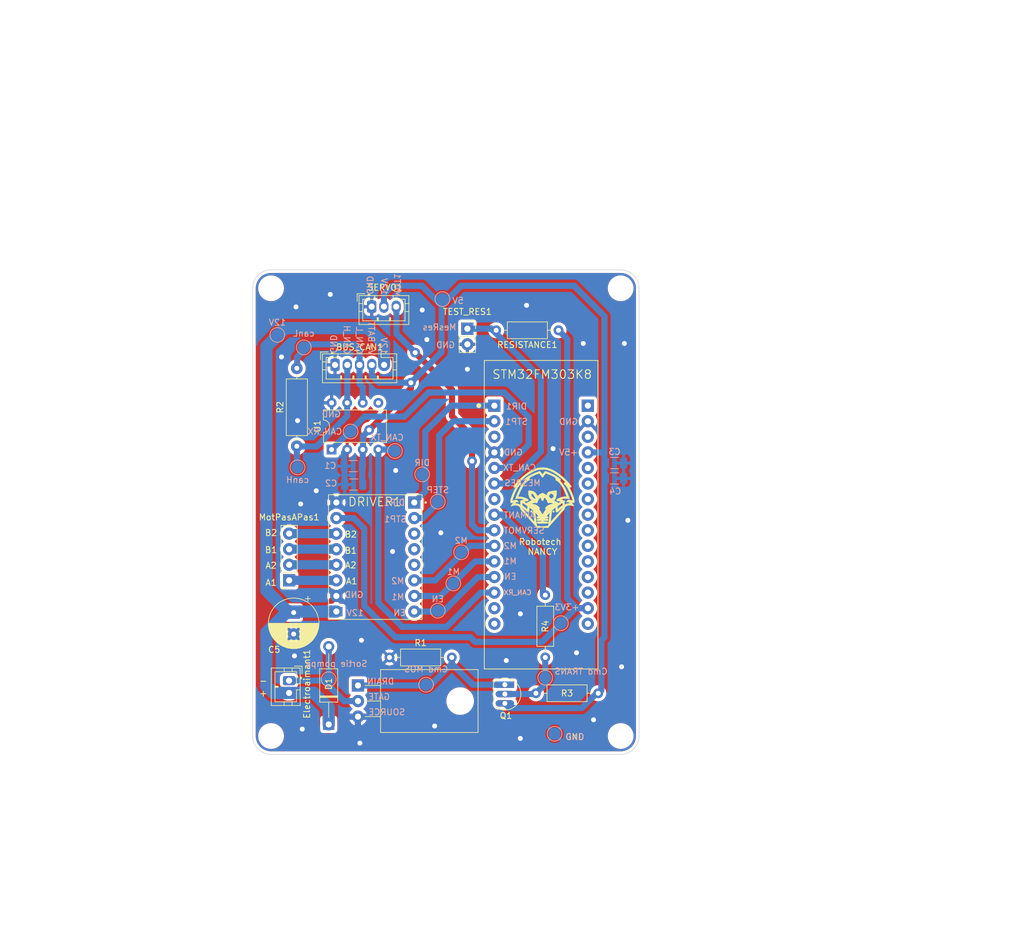
<source format=kicad_pcb>
(kicad_pcb (version 20211014) (generator pcbnew)
  (layers (0 "F.Cu" signal) (31 "B.Cu" signal) (34 "B.Paste" user) (35 "F.Paste" user) (36 "B.SilkS" user "B.Silkscreen") (37 "F.SilkS" user "F.Silkscreen") (38 "B.Mask" user) (39 "F.Mask" user) (44 "Edge.Cuts" user))
  (net 0 "")
  (net 1 "Net-(RESISTANCE1-Pad2)")
  (net 2 "MOT1")
  (net 4 "GND")
  (net 5 "+5V")
  (net 6 "CAN_TX")
  (net 7 "CAN_RX")
  (net 8 "+3V3")
  (net 9 "CAN_L")
  (net 10 "CAN_H")
  (net 13 "Stp1")
  (net 14 "Dir1")
  (net 17 "2B")
  (net 18 "2A")
  (net 19 "1A")
  (net 20 "1B")
  (net 21 "M2")
  (net 22 "M1")
  (net 23 "EN")
  (net 35 "Net-(D1-Pad2)")
  (net 36 "AIMANT")
  (net 37 "+12V")
  (net 41 "Net-(Q1-Pad1)")
  (net 42 "Net-(Q1-Pad2)")
  (footprint "Connector_PinSocket_2.54mm:PinSocket_1x02_P2.54mm_Vertical" (layer "F.Cu") (at 175.006 69.596)
    (fp_text reference "TEST_RES1" (at 0 -2.77) (layer "F.SilkS"))
    (fp_text value "Conn_01x02")
    (pad "1" thru_hole rect locked (at 0 0) (size 2 2) (drill 1) (layers *.Cu *.Mask) (net 1 "Net-(RESISTANCE1-Pad2)"))
    (pad "2" thru_hole oval locked (at 0 2.54) (size 2 2) (drill 1) (layers *.Cu *.Mask) (net 4 "GND"))
  )
  (footprint "Diode_THT:D_A-405_P12.70mm_Horizontal" (layer "F.Cu") (at 152.4 134.112 90)
    (fp_text reference "D1" (at 6.604 0 90) (layer "F.SilkS"))
    (fp_text value "D")
    (pad "1" thru_hole rect locked (at 0 0 90) (size 1.8 1.8) (drill 1) (layers *.Cu *.Mask) (net 37 "+12V"))
    (pad "2" thru_hole oval locked (at 12.7 0 90) (size 1.8 1.8) (drill 1) (layers *.Cu *.Mask) (net 35 "Net-(D1-Pad2)"))
  )
  (footprint "Connector_JST:JST_PH_B2B-PH-K_1x02_P2.00mm_Vertical" (layer "F.Cu") (at 145.939 126.973 -90)
    (fp_text reference "Electroaimant1" (at 0.535 -2.905 90) (layer "F.SilkS"))
    (fp_text value "Conn_01x02")
    (pad "1" thru_hole roundrect locked (at 0 0 270) (size 1.5 2) (drill 1) (layers *.Cu *.Mask) (roundrect_rratio 0.2083333333) (net 35 "Net-(D1-Pad2)"))
    (pad "2" thru_hole oval locked (at 2 0 270) (size 1.5 2) (drill 1) (layers *.Cu *.Mask) (net 37 "+12V"))
  )
  (footprint "Connector_JST:JST_PH_B3B-PH-K_1x03_P2.00mm_Vertical" (layer "F.Cu") (at 159.4 66)
    (fp_text reference "SERVO1" (at 2.2 -3.125) (layer "F.SilkS"))
    (fp_text value "Conn_01x03")
    (pad "1" thru_hole roundrect locked (at 0 0) (size 1.5 2) (drill 1) (layers *.Cu *.Mask) (roundrect_rratio 0.2083333333) (net 4 "GND"))
    (pad "2" thru_hole oval locked (at 2 0) (size 1.5 2) (drill 1) (layers *.Cu *.Mask) (net 5 "+5V"))
    (pad "3" thru_hole oval locked (at 4 0) (size 1.5 2) (drill 1) (layers *.Cu *.Mask) (net 2 "MOT1"))
  )
  (footprint "Package_DIP:DIP-8_W7.62mm" (layer "F.Cu") (at 152.87 89.3 90)
    (fp_text reference "U1" (at 3.81 -2.33 90) (layer "F.SilkS"))
    (fp_text value "MCP2551-I-P")
    (pad "1" thru_hole rect locked (at 0 0 90) (size 1.6 1.6) (drill 0.8) (layers *.Cu *.Mask) (net 6 "CAN_TX"))
    (pad "2" thru_hole oval locked (at 0 2.54 90) (size 1.6 1.6) (drill 0.8) (layers *.Cu *.Mask) (net 4 "GND"))
    (pad "3" thru_hole oval locked (at 0 5.08 90) (size 1.6 1.6) (drill 0.8) (layers *.Cu *.Mask) (net 5 "+5V"))
    (pad "4" thru_hole oval locked (at 0 7.62 90) (size 1.6 1.6) (drill 0.8) (layers *.Cu *.Mask) (net 7 "CAN_RX"))
    (pad "5" thru_hole oval locked (at 7.62 7.62 90) (size 1.6 1.6) (drill 0.8) (layers *.Cu *.Mask))
    (pad "6" thru_hole oval locked (at 7.62 5.08 90) (size 1.6 1.6) (drill 0.8) (layers *.Cu *.Mask) (net 9 "CAN_L"))
    (pad "7" thru_hole oval locked (at 7.62 2.54 90) (size 1.6 1.6) (drill 0.8) (layers *.Cu *.Mask) (net 10 "CAN_H"))
    (pad "8" thru_hole oval locked (at 7.62 0 90) (size 1.6 1.6) (drill 0.8) (layers *.Cu *.Mask) (net 4 "GND"))
  )
  (footprint "Capacitor_THT:CP_Radial_D8.0mm_P3.50mm" (layer "F.Cu") (at 146.685 115.88 -90)
    (fp_text reference "C5" (at 6.04 3.175 180) (layer "F.SilkS"))
    (fp_text value "220 à 1000 µF")
    (pad "1" thru_hole rect locked (at 0 0 270) (size 2 2) (drill 0.8) (layers *.Cu *.Mask) (net 37 "+12V"))
    (pad "2" thru_hole circle locked (at 3.5 0 270) (size 1.9 1.9) (drill 0.8) (layers *.Cu *.Mask) (net 4 "GND"))
  )
  (footprint "Logos:logoRobotechNancy10x10" (layer "F.Cu") (at 187.25 97)
    (fp_text reference "G***" hide)
    (fp_text value "LOGO" hide)
  )
  (footprint "Package_TO_SOT_THT:TO-220-3_Horizontal_TabDown" (layer "F.Cu") (at 157.17 127.762 -90)
    (fp_text reference "Transistor2" hide)
    (fp_text value "IRFZ44NPBF")
    (pad "" np_thru_hole oval locked (at 2.54 -16.66 270) (size 3.5 3.5) (drill 3.5) (layers *.Cu *.Mask))
    (pad "1" thru_hole rect locked (at 0 0 270) (size 2 2) (drill 1) (layers *.Cu *.Mask) (net 41 "Net-(Q1-Pad1)"))
    (pad "2" thru_hole oval locked (at 2.54 0 270) (size 2 2) (drill 1) (layers *.Cu *.Mask) (net 35 "Net-(D1-Pad2)"))
    (pad "3" thru_hole oval locked (at 5.08 0 270) (size 2 2) (drill 1) (layers *.Cu *.Mask) (net 4 "GND"))
  )
  (footprint "Resistor_THT:R_Axial_DIN0207_L6.3mm_D2.5mm_P10.16mm_Horizontal" (layer "F.Cu") (at 186.182 129.032)
    (fp_text reference "R3" (at 5.08 0) (layer "F.SilkS"))
    (fp_text value "10k")
    (pad "1" thru_hole circle locked (at 0 0) (size 1.6 1.6) (drill 0.8) (layers *.Cu *.Mask) (net 42 "Net-(Q1-Pad2)"))
    (pad "2" thru_hole oval locked (at 10.16 0) (size 1.6 1.6) (drill 0.8) (layers *.Cu *.Mask) (net 5 "+5V"))
  )
  (footprint "empreinte:MODULE_TMC2208_SILENTSTEPSTICK" (layer "F.Cu") (at 160 106.82)
    (fp_text reference "DRIVER1" (at -0.0981 -8.9936) (layer "F.SilkS") (effects (font (size 1.4 1.4))))
    (fp_text value "TMC2208_SILENTSTEPSTICK")
    (pad "JP1_1" thru_hole rect (at 6.35 -8.89) (size 2 2) (drill 1) (layers *.Cu *.Mask) (net 14 "Dir1"))
    (pad "JP1_2" thru_hole circle (at 6.35 -6.35) (size 2 2) (drill 1) (layers *.Cu *.Mask) (net 13 "Stp1"))
    (pad "JP1_3" thru_hole circle (at 6.35 -3.81) (size 2 2) (drill 1) (layers *.Cu *.Mask))
    (pad "JP1_4" thru_hole circle (at 6.35 -1.27) (size 2 2) (drill 1) (layers *.Cu *.Mask))
    (pad "JP1_5" thru_hole circle (at 6.35 1.27) (size 2 2) (drill 1) (layers *.Cu *.Mask))
    (pad "JP1_6" thru_hole circle (at 6.35 3.81) (size 2 2) (drill 1) (layers *.Cu *.Mask) (net 21 "M2"))
    (pad "JP1_7" thru_hole circle (at 6.35 6.35) (size 2 2) (drill 1) (layers *.Cu *.Mask) (net 22 "M1"))
    (pad "JP1_8" thru_hole circle (at 6.35 8.89) (size 2 2) (drill 1) (layers *.Cu *.Mask) (net 23 "EN"))
    (pad "JP2_1" thru_hole rect (at -6.35 8.89) (size 2 1.524) (drill 1) (layers *.Cu *.Mask) (net 37 "+12V"))
    (pad "JP2_2" thru_hole circle (at -6.35 6.35) (size 2 2) (drill 1) (layers *.Cu *.Mask) (net 4 "GND"))
    (pad "JP2_3" thru_hole circle (at -6.35 3.81) (size 2 2) (drill 1) (layers *.Cu *.Mask) (net 18 "2A"))
    (pad "JP2_4" thru_hole circle (at -6.35 1.27) (size 2 2) (drill 1) (layers *.Cu *.Mask) (net 19 "1A"))
    (pad "JP2_5" thru_hole circle (at -6.35 -1.27) (size 2 2) (drill 1) (layers *.Cu *.Mask) (net 20 "1B"))
    (pad "JP2_6" thru_hole circle (at -6.35 -3.81) (size 2 2) (drill 1) (layers *.Cu *.Mask) (net 17 "2B"))
    (pad "JP2_7" thru_hole circle (at -6.35 -6.35) (size 2 2) (drill 1) (layers *.Cu *.Mask) (net 8 "+3V3"))
    (pad "JP2_8" thru_hole circle (at -6.35 -8.89) (size 2 2) (drill 1) (layers *.Cu *.Mask) (net 4 "GND"))
  )
  (footprint "Connector_PinSocket_2.54mm:PinSocket_1x04_P2.54mm_Vertical" (layer "F.Cu") (at 145.9484 110.62 180)
    (fp_text reference "MotPasAPas1" (at 0 10.29) (layer "F.SilkS"))
    (fp_text value "Conn_01x04")
    (pad "1" thru_hole rect locked (at 0 0 180) (size 2 2) (drill 1) (layers *.Cu *.Mask) (net 18 "2A"))
    (pad "2" thru_hole oval locked (at 0 2.54 180) (size 2 2) (drill 1) (layers *.Cu *.Mask) (net 19 "1A"))
    (pad "3" thru_hole oval locked (at 0 5.08 180) (size 2 2) (drill 1) (layers *.Cu *.Mask) (net 20 "1B"))
    (pad "4" thru_hole oval locked (at 0 7.62 180) (size 2 2) (drill 1) (layers *.Cu *.Mask) (net 17 "2B"))
  )
  (footprint "Package_TO_SOT_THT:TO-92_Inline" (layer "F.Cu") (at 181.123 127.889 -90)
    (fp_text reference "Q1" (at 4.811 -0.177) (layer "F.SilkS"))
    (fp_text value "BC557")
    (pad "1" thru_hole rect (at -0.254 0 270) (size 1.05 3) (drill 0.8) (layers *.Cu *.Mask) (net 41 "Net-(Q1-Pad1)"))
    (pad "2" thru_hole oval (at 1.27 0 270) (size 1.05 3) (drill 0.8) (layers *.Cu *.Mask) (net 42 "Net-(Q1-Pad2)"))
    (pad "3" thru_hole oval (at 2.794 0 270) (size 1.05 3) (drill 0.8) (layers *.Cu *.Mask) (net 5 "+5V"))
  )
  (footprint "MountingHole:MountingHole_3.2mm_M3" (layer "F.Cu") (at 200 136)
    (fp_text reference "REF**" hide)
    (fp_text value "MountingHole_3.2mm_M3")
    (pad "" np_thru_hole circle locked (at 0 0) (size 3.2 3.2) (drill 3.2) (layers *.Cu *.Mask))
  )
  (footprint "Resistor_THT:R_Axial_DIN0207_L6.3mm_D2.5mm_P10.16mm_Horizontal" (layer "F.Cu") (at 187.706 123.19 90)
    (fp_text reference "R4" (at 5.08 0 90) (layer "F.SilkS"))
    (fp_text value "180")
    (pad "1" thru_hole circle locked (at 0 0 90) (size 1.6 1.6) (drill 0.8) (layers *.Cu *.Mask) (net 42 "Net-(Q1-Pad2)"))
    (pad "2" thru_hole oval locked (at 10.16 0 90) (size 1.6 1.6) (drill 0.8) (layers *.Cu *.Mask) (net 36 "AIMANT"))
  )
  (footprint "MountingHole:MountingHole_3.2mm_M3" (layer "F.Cu") (at 143 63)
    (fp_text reference "REF**" hide)
    (fp_text value "MountingHole_3.2mm_M3")
    (pad "" np_thru_hole circle locked (at 0 0) (size 3.2 3.2) (drill 3.2) (layers *.Cu *.Mask))
  )
  (footprint "MountingHole:MountingHole_3.2mm_M3" (layer "F.Cu") (at 143 136)
    (fp_text reference "REF**" hide)
    (fp_text value "MountingHole_3.2mm_M3")
    (pad "" np_thru_hole circle locked (at 0 0) (size 3.2 3.2) (drill 3.2) (layers *.Cu *.Mask))
  )
  (footprint "Resistor_THT:R_Axial_DIN0207_L6.3mm_D2.5mm_P10.16mm_Horizontal" (layer "F.Cu") (at 162.306 123.19)
    (fp_text reference "R1" (at 5.08 -2.37) (layer "F.SilkS"))
    (fp_text value "1k")
    (pad "1" thru_hole circle locked (at 0 0) (size 1.6 1.6) (drill 0.8) (layers *.Cu *.Mask) (net 4 "GND"))
    (pad "2" thru_hole oval locked (at 10.16 0) (size 1.6 1.6) (drill 0.8) (layers *.Cu *.Mask) (net 41 "Net-(Q1-Pad1)"))
  )
  (footprint "empreinte:MODULE_NUCLEO-F303K8" (layer "F.Cu") (at 187.0306 99.92)
    (fp_text reference "STM32FM303K8" (at 0.1694 -22.87) (layer "F.SilkS") (effects (font (size 1.402378 1.402378))))
    (fp_text value "NUCLEO-F303K8")
    (pad "3.1" thru_hole rect (at -7.62 -17.78) (size 2 2) (drill 1) (layers *.Cu *.Mask) (net 14 "Dir1"))
    (pad "3.2" thru_hole circle (at -7.62 -15.24) (size 2 2) (drill 1) (layers *.Cu *.Mask) (net 13 "Stp1"))
    (pad "3.3" thru_hole circle (at -7.62 -12.7) (size 2 2) (drill 1) (layers *.Cu *.Mask))
    (pad "3.4" thru_hole circle (at -7.62 -10.16) (size 2 2) (drill 1) (layers *.Cu *.Mask) (net 4 "GND"))
    (pad "3.5" thru_hole circle (at -7.62 -7.62) (size 2 2) (drill 1) (layers *.Cu *.Mask) (net 6 "CAN_TX"))
    (pad "3.6" thru_hole circle (at -7.62 -5.08) (size 2 2) (drill 1) (layers *.Cu *.Mask) (net 1 "Net-(RESISTANCE1-Pad2)"))
    (pad "3.7" thru_hole circle (at -7.62 -2.54) (size 2 2) (drill 1) (layers *.Cu *.Mask))
    (pad "3.8" thru_hole circle (at -7.62 0) (size 2 2) (drill 1) (layers *.Cu *.Mask) (net 36 "AIMANT"))
    (pad "3.9" thru_hole circle (at -7.62 2.54) (size 2 2) (drill 1) (layers *.Cu *.Mask) (net 2 "MOT1"))
    (pad "3.10" thru_hole circle (at -7.62 5.08) (size 2 2) (drill 1) (layers *.Cu *.Mask) (net 21 "M2"))
    (pad "3.11" thru_hole circle (at -7.62 7.62) (size 2 2) (drill 1) (layers *.Cu *.Mask) (net 22 "M1"))
    (pad "3.12" thru_hole circle (at -7.62 10.16) (size 2 2) (drill 1) (layers *.Cu *.Mask) (net 23 "EN"))
    (pad "3.13" thru_hole circle (at -7.62 12.7) (size 2 2) (drill 1) (layers *.Cu *.Mask) (net 7 "CAN_RX"))
    (pad "3.14" thru_hole circle (at -7.62 15.24) (size 2 2) (drill 1) (layers *.Cu *.Mask))
    (pad "3.15" thru_hole circle (at -7.62 17.78) (size 2 2) (drill 1) (layers *.Cu *.Mask))
    (pad "4.1" thru_hole rect (at 7.62 -17.78) (size 2 2) (drill 1) (layers *.Cu *.Mask))
    (pad "4.2" thru_hole circle (at 7.62 -15.24) (size 2 2) (drill 1) (layers *.Cu *.Mask) (net 4 "GND"))
    (pad "4.3" thru_hole circle (at 7.62 -12.7) (size 2 2) (drill 1) (layers *.Cu *.Mask))
    (pad "4.4" thru_hole circle (at 7.62 -10.16) (size 2 2) (drill 1) (layers *.Cu *.Mask) (net 5 "+5V"))
    (pad "4.5" thru_hole circle (at 7.62 -7.62) (size 2 2) (drill 1) (layers *.Cu *.Mask))
    (pad "4.6" thru_hole circle (at 7.62 -5.08) (size 2 2) (drill 1) (layers *.Cu *.Mask))
    (pad "4.7" thru_hole circle (at 7.62 -2.54) (size 2 2) (drill 1) (layers *.Cu *.Mask))
    (pad "4.8" thru_hole circle (at 7.62 0) (size 2 2) (drill 1) (layers *.Cu *.Mask))
    (pad "4.9" thru_hole circle (at 7.62 2.54) (size 2 2) (drill 1) (layers *.Cu *.Mask))
    (pad "4.10" thru_hole circle (at 7.62 5.08) (size 2 2) (drill 1) (layers *.Cu *.Mask))
    (pad "4.11" thru_hole circle (at 7.62 7.62) (size 2 2) (drill 1) (layers *.Cu *.Mask))
    (pad "4.12" thru_hole circle (at 7.62 10.16) (size 2 2) (drill 1) (layers *.Cu *.Mask))
    (pad "4.13" thru_hole circle (at 7.62 12.7) (size 2 2) (drill 1) (layers *.Cu *.Mask))
    (pad "4.14" thru_hole circle (at 7.62 15.24) (size 2 2) (drill 1) (layers *.Cu *.Mask) (net 8 "+3V3"))
    (pad "4.15" thru_hole circle (at 7.62 17.78) (size 2 2) (drill 1) (layers *.Cu *.Mask))
  )
  (footprint "" (layer "F.Cu") (at 189.23 135.636)
    (fp_text reference "" (at 0 0) (layer "F.SilkS") (effects (font (size 1.27 1.27))))
    (fp_text value "" (at 0 0) (layer "F.SilkS") (effects (font (size 1.27 1.27))))
    (pad "1" smd circle locked (at 0 0 180) (size 2 2) (layers "B.Cu" "B.Mask") (net 4 "GND"))
  )
  (footprint "Connector_JST:JST_PH_B5B-PH-K_1x05_P2.00mm_Vertical" (layer "F.Cu") (at 153.4292 75.4976)
    (fp_text reference "BUS_CAN1" (at 4 -2.9) (layer "F.SilkS"))
    (fp_text value "Conn_01x05")
    (pad "1" thru_hole roundrect locked (at 0 0) (size 1.5 2) (drill 1) (layers *.Cu *.Mask) (roundrect_rratio 0.2083333333) (net 4 "GND"))
    (pad "2" thru_hole oval locked (at 2 0) (size 1.5 2) (drill 1) (layers *.Cu *.Mask) (net 10 "CAN_H"))
    (pad "3" thru_hole oval locked (at 4 0) (size 1.5 2) (drill 1) (layers *.Cu *.Mask) (net 9 "CAN_L"))
    (pad "4" thru_hole oval locked (at 6 0) (size 1.5 2) (drill 1) (layers *.Cu *.Mask) (net 5 "+5V"))
    (pad "5" thru_hole oval locked (at 8 0) (size 1.5 2) (drill 1) (layers *.Cu *.Mask) (net 37 "+12V"))
  )
  (footprint "MountingHole:MountingHole_3.2mm_M3" (layer "F.Cu") (at 200 63)
    (fp_text reference "REF**" hide)
    (fp_text value "MountingHole_3.2mm_M3")
    (pad "" np_thru_hole circle locked (at 0 0) (size 3.2 3.2) (drill 3.2) (layers *.Cu *.Mask))
  )
  (footprint "Resistor_THT:R_Axial_DIN0309_L9.0mm_D3.2mm_P12.70mm_Horizontal" (layer "F.Cu") (at 147.2 88.75 90)
    (fp_text reference "R2" (at 6.35 -2.72 90) (layer "F.SilkS"))
    (fp_text value "R")
    (pad "1" thru_hole circle locked (at 0 0 90) (size 1.9 1.9) (drill 0.8) (layers *.Cu *.Mask) (net 10 "CAN_H"))
    (pad "2" thru_hole oval locked (at 12.7 0 90) (size 1.9 1.9) (drill 0.8) (layers *.Cu *.Mask) (net 9 "CAN_L"))
  )
  (footprint "Resistor_THT:R_Axial_DIN0207_L6.3mm_D2.5mm_P10.16mm_Horizontal" (layer "F.Cu") (at 189.865 69.85 180)
    (fp_text reference "RESISTANCE1" (at 5.08 -2.37) (layer "F.SilkS"))
    (fp_text value "1000 Ohms")
    (pad "1" thru_hole circle locked (at 0 0 180) (size 1.6 1.6) (drill 0.8) (layers *.Cu *.Mask) (net 8 "+3V3"))
    (pad "2" thru_hole oval locked (at 10.16 0 180) (size 1.6 1.6) (drill 0.8) (layers *.Cu *.Mask) (net 1 "Net-(RESISTANCE1-Pad2)"))
  )
  (footprint "TestPoint:TestPoint_Pad_D2.0mm" (layer "B.Cu") (at 170.18 97.79 180)
    (fp_text reference "TP9" hide)
    (fp_text value "TestPoint")
    (pad "1" smd circle locked (at 0 0 180) (size 2 2) (layers "B.Cu" "B.Mask") (net 13 "Stp1"))
  )
  (footprint "Capacitor_SMD:C_1206_3216Metric" (layer "B.Cu") (at 199 94 180)
    (fp_text reference "C4" (at -0.1 -2.1) (layer "B.SilkS") (effects (justify mirror)))
    (fp_text value "1µF")
    (pad "1" smd roundrect locked (at -1.475 0 180) (size 1.15 1.8) (layers "B.Cu" "B.Paste" "B.Mask") (roundrect_rratio 0.2173913043) (net 4 "GND"))
    (pad "2" smd roundrect locked (at 1.475 0 180) (size 1.15 1.8) (layers "B.Cu" "B.Paste" "B.Mask") (roundrect_rratio 0.2173913043) (net 5 "+5V"))
  )
  (footprint "Capacitor_SMD:C_1206_3216Metric" (layer "B.Cu") (at 156.389 91.996 180)
    (fp_text reference "C1" (at 3.75 0.075) (layer "B.SilkS") (effects (justify mirror)))
    (fp_text value "1µF")
    (pad "1" smd roundrect locked (at -1.475 0 180) (size 1.15 1.8) (layers "B.Cu" "B.Paste" "B.Mask") (roundrect_rratio 0.2173913043) (net 5 "+5V"))
    (pad "2" smd roundrect locked (at 1.475 0 180) (size 1.15 1.8) (layers "B.Cu" "B.Paste" "B.Mask") (roundrect_rratio 0.2173913043) (net 4 "GND"))
  )
  (footprint "TestPoint:TestPoint_Pad_D2.0mm" (layer "B.Cu") (at 170.942 64.77 180)
    (fp_text reference "TP3" hide)
    (fp_text value "TestPoint")
    (pad "1" smd circle locked (at 0 0 180) (size 2 2) (layers "B.Cu" "B.Mask") (net 5 "+5V"))
  )
  (footprint "TestPoint:TestPoint_Pad_D2.0mm" (layer "B.Cu") (at 173.99 106.045 180)
    (fp_text reference "TP11" hide)
    (fp_text value "TestPoint")
    (pad "1" smd circle locked (at 0 0 180) (size 2 2) (layers "B.Cu" "B.Mask") (net 21 "M2"))
  )
  (footprint "TestPoint:TestPoint_Pad_D2.0mm" (layer "B.Cu") (at 168.275 127.635 180)
    (fp_text reference "TP13" hide)
    (fp_text value "TestPoint")
    (pad "1" smd circle locked (at 0 0 180) (size 2 2) (layers "B.Cu" "B.Mask") (net 41 "Net-(Q1-Pad1)"))
  )
  (footprint "TestPoint:TestPoint_Pad_D2.0mm" (layer "B.Cu") (at 190.246 117.602 180)
    (fp_text reference "TP16" hide)
    (fp_text value "TestPoint")
    (pad "1" smd circle locked (at 0 0 180) (size 2 2) (layers "B.Cu" "B.Mask") (net 8 "+3V3"))
  )
  (footprint "TestPoint:TestPoint_Pad_D2.0mm" (layer "B.Cu") (at 148.336 72.644 180)
    (fp_text reference "TP5" hide)
    (fp_text value "TestPoint")
    (pad "1" smd circle locked (at 0 0 180) (size 2 2) (layers "B.Cu" "B.Mask") (net 9 "CAN_L"))
  )
  (footprint "TestPoint:TestPoint_Pad_D2.0mm" (layer "B.Cu") (at 152.4 126.746 180)
    (fp_text reference "TP1" hide)
    (fp_text value "TestPoint")
    (pad "1" smd circle locked (at 0 0 180) (size 2 2) (layers "B.Cu" "B.Mask") (net 35 "Net-(D1-Pad2)"))
  )
  (footprint "TestPoint:TestPoint_Pad_D2.0mm" (layer "B.Cu") (at 155.97 86.36 180)
    (fp_text reference "TP14" hide)
    (fp_text value "TestPoint")
    (pad "1" smd circle locked (at 0 0 180) (size 2 2) (layers "B.Cu" "B.Mask") (net 6 "CAN_TX"))
  )
  (footprint "Capacitor_SMD:C_1206_3216Metric" (layer "B.Cu") (at 156.464 94.996 180)
    (fp_text reference "C2" (at 3.675 0.2) (layer "B.SilkS") (effects (justify mirror)))
    (fp_text value "1pF")
    (pad "1" smd roundrect locked (at -1.475 0 180) (size 1.15 1.8) (layers "B.Cu" "B.Paste" "B.Mask") (roundrect_rratio 0.2173913043) (net 5 "+5V"))
    (pad "2" smd roundrect locked (at 1.475 0 180) (size 1.15 1.8) (layers "B.Cu" "B.Paste" "B.Mask") (roundrect_rratio 0.2173913043) (net 4 "GND"))
  )
  (footprint "TestPoint:TestPoint_Pad_D2.0mm" (layer "B.Cu") (at 172.72 111.125 180)
    (fp_text reference "TP10" hide)
    (fp_text value "TestPoint")
    (pad "1" smd circle locked (at 0 0 180) (size 2 2) (layers "B.Cu" "B.Mask") (net 22 "M1"))
  )
  (footprint "TestPoint:TestPoint_Pad_D2.0mm" (layer "B.Cu") (at 189.23 135.636 180)
    (fp_text reference "TP2" hide)
    (fp_text value "TestPoint")
    (pad "1" smd circle locked (at 0 0 180) (size 2 2) (layers "B.Cu" "B.Mask") (net 4 "GND"))
  )
  (footprint "TestPoint:TestPoint_Pad_D2.0mm" (layer "B.Cu") (at 167.64 93.345 180)
    (fp_text reference "TP8" hide)
    (fp_text value "TestPoint")
    (pad "1" smd circle locked (at 0 0 180) (size 2 2) (layers "B.Cu" "B.Mask") (net 14 "Dir1"))
  )
  (footprint "TestPoint:TestPoint_Pad_D2.0mm" (layer "B.Cu") (at 163.195 89.535 180)
    (fp_text reference "TP15" hide)
    (fp_text value "TestPoint")
    (pad "1" smd circle locked (at 0 0 180) (size 2 2) (layers "B.Cu" "B.Mask") (net 7 "CAN_RX"))
  )
  (footprint "Capacitor_SMD:C_1206_3216Metric" (layer "B.Cu") (at 199 91.5 180)
    (fp_text reference "C3" (at 0 1.85) (layer "B.SilkS") (effects (justify mirror)))
    (fp_text value "1pF")
    (pad "1" smd roundrect locked (at -1.475 0 180) (size 1.15 1.8) (layers "B.Cu" "B.Paste" "B.Mask") (roundrect_rratio 0.2173913043) (net 4 "GND"))
    (pad "2" smd roundrect locked (at 1.475 0 180) (size 1.15 1.8) (layers "B.Cu" "B.Paste" "B.Mask") (roundrect_rratio 0.2173913043) (net 5 "+5V"))
  )
  (footprint "TestPoint:TestPoint_Pad_D2.0mm" (layer "B.Cu") (at 147.32 92.202 180)
    (fp_text reference "TP4" hide)
    (fp_text value "TestPoint")
    (pad "1" smd circle locked (at 0 0 180) (size 2 2) (layers "B.Cu" "B.Mask") (net 10 "CAN_H"))
  )
  (footprint "TestPoint:TestPoint_Pad_D2.0mm" (layer "B.Cu") (at 187.706 126.492 180)
    (fp_text reference "TP12" hide)
    (fp_text value "TestPoint")
    (pad "1" smd circle locked (at 0 0 180) (size 2 2) (layers "B.Cu" "B.Mask") (net 42 "Net-(Q1-Pad2)"))
  )
  (footprint "TestPoint:TestPoint_Pad_D2.0mm" (layer "B.Cu") (at 144.018 70.612 180)
    (fp_text reference "TP6" hide)
    (fp_text value "TestPoint")
    (pad "1" smd circle locked (at 0 0 180) (size 2 2) (layers "B.Cu" "B.Mask") (net 37 "+12V"))
  )
  (footprint "TestPoint:TestPoint_Pad_D2.0mm" (layer "B.Cu") (at 170.18 115.57 180)
    (fp_text reference "TP7" hide)
    (fp_text value "TestPoint")
    (pad "1" smd circle locked (at 0 0 180) (size 2 2) (layers "B.Cu" "B.Mask") (net 23 "EN"))
  )
  (gr_arc (start 200 60) (mid 202.12132 60.87868) (end 203 63) (layer "Edge.Cuts") (width 0.1))
  (gr_line (start 200 60) (end 143 60) (layer "Edge.Cuts") (width 0.1))
  (gr_arc (start 140 63) (mid 140.87868 60.87868) (end 143 60) (layer "Edge.Cuts") (width 0.1))
  (gr_line (start 203 136) (end 203 63) (layer "Edge.Cuts") (width 0.1))
  (gr_line (start 200 139) (end 143 139) (layer "Edge.Cuts") (width 0.1))
  (gr_arc (start 143 139) (mid 140.87868 138.12132) (end 140 136) (layer "Edge.Cuts") (width 0.1))
  (gr_line (start 140 63) (end 140 136) (layer "Edge.Cuts") (width 0.1))
  (gr_arc (start 203 136) (mid 202.12132 138.12132) (end 200 139) (layer "Edge.Cuts") (width 0.1))
  (gr_text "SOURCE" (at 161.865 132.1) (layer "B.SilkS") (effects (font (size 1 1)) (justify mirror)))
  (gr_text "Sortie pompe" (at 153.67 124.206) (layer "B.SilkS") (effects (font (size 1 1)) (justify mirror)))
  (gr_text "M1" (at 163.65 113.325) (layer "B.SilkS") (effects (font (size 1 1)) (justify mirror)))
  (gr_text "M1" (at 182 107.5) (layer "B.SilkS") (effects (font (size 1 1)) (justify mirror)))
  (gr_text "CAN_RX" (at 151.765 86.36) (layer "B.SilkS") (effects (font (size 1 1)) (justify mirror)))
  (gr_text "EN\n" (at 163.95 115.9) (layer "B.SilkS") (effects (font (size 1 1)) (justify mirror)))
  (gr_text "12V\n" (at 161.4 72.4 -90) (layer "B.SilkS") (effects (font (size 1 1)) (justify mirror)))
  (gr_text "M1" (at 172.72 109.22) (layer "B.SilkS") (effects (font (size 1 1)) (justify mirror)))
  (gr_text "5V" (at 173.482 65.024) (layer "B.SilkS") (effects (font (size 1 1)) (justify mirror)))
  (gr_text "MOT1\n" (at 163.575 62.475 -90) (layer "B.SilkS") (effects (font (size 1 1)) (justify mirror)))
  (gr_text "GATE" (at 160.615 129.6) (layer "B.SilkS") (effects (font (size 1 1)) (justify mirror)))
  (gr_text "CAN_TX" (at 183.5 92.25) (layer "B.SilkS") (effects (font (size 1 1)) (justify mirror)))
  (gr_text "GND" (at 152.825 83.525) (layer "B.SilkS") (effects (font (size 1 1)) (justify mirror)))
  (gr_text "CAN_RX" (at 183.2 112.6) (layer "B.SilkS") (effects (font (size 0.8 0.8)) (justify mirror)))
  (gr_text "DIR1\n" (at 163.1 97.925) (layer "B.SilkS") (effects (font (size 1 1)) (justify mirror)))
  (gr_text "+3V3" (at 191.25 115) (layer "B.SilkS") (effects (font (size 1 1)) (justify mirror)))
  (gr_text "CAN_H\n" (at 155.35 71.4 -90) (layer "B.SilkS") (effects (font (size 1 1)) (justify mirror)))
  (gr_text "GND" (at 191.5 84.75) (layer "B.SilkS") (effects (font (size 1 1)) (justify mirror)))
  (gr_text "12V" (at 144.018 68.58) (layer "B.SilkS") (effects (font (size 1 1)) (justify mirror)))
  (gr_text "+5V" (at 191.5 89.75) (layer "B.SilkS") (effects (font (size 1 1)) (justify mirror)))
  (gr_text "M2" (at 173.99 104.14) (layer "B.SilkS") (effects (font (size 1 1)) (justify mirror)))
  (gr_text "GND" (at 156.525 112.975) (layer "B.SilkS") (effects (font (size 1 1)) (justify mirror)))
  (gr_text "SERVMOT" (at 184.25 102.5) (layer "B.SilkS") (effects (font (size 1 1)) (justify mirror)))
  (gr_text "DRAIN" (at 160.865 127.1) (layer "B.SilkS") (effects (font (size 1 1)) (justify mirror)))
  (gr_text "GND" (at 153.15 72.1 -90) (layer "B.SilkS") (effects (font (size 1 1)) (justify mirror)))
  (gr_text "STP1" (at 163.25 100.65) (layer "B.SilkS") (effects (font (size 1 1)) (justify mirror)))
  (gr_text "DIR1\n" (at 183 82.25) (layer "B.SilkS") (effects (font (size 1 1)) (justify mirror)))
  (gr_text "STEP" (at 170.18 95.885) (layer "B.SilkS") (effects (font (size 1 1)) (justify mirror)))
  (gr_text "M2" (at 182 105) (layer "B.SilkS") (effects (font (size 1 1)) (justify mirror)))
  (gr_text "CAN_TX" (at 161.925 87.325) (layer "B.SilkS") (effects (font (size 1 1)) (justify mirror)))
  (gr_text "GND" (at 182.5 89.75) (layer "B.SilkS") (effects (font (size 1 1)) (justify mirror)))
  (gr_text "MesRes\n" (at 170.45 69.35) (layer "B.SilkS") (effects (font (size 1 1)) (justify mirror)))
  (gr_text "12V\n" (at 156.7 115.925) (layer "B.SilkS") (effects (font (size 1 1)) (justify mirror)))
  (gr_text "12V\n" (at 161.45 62.725 -90) (layer "B.SilkS") (effects (font (size 1 1)) (justify mirror)))
  (gr_text "GND" (at 171.45 72.25) (layer "B.SilkS") (effects (font (size 1 1)) (justify mirror)))
  (gr_text "EN" (at 170.18 113.665) (layer "B.SilkS") (effects (font (size 1 1)) (justify mirror)))
  (gr_text "Cmd MOS" (at 168.275 125.095) (layer "B.SilkS") (effects (font (size 1 1)) (justify mirror)))
  (gr_text "canL" (at 148.336 70.358) (layer "B.SilkS") (effects (font (size 1 1)) (justify mirror)))
  (gr_text "EN" (at 182 110) (layer "B.SilkS") (effects (font (size 1 1)) (justify mirror)))
  (gr_text "AIMANT" (at 183.5 100) (layer "B.SilkS") (effects (font (size 1 1)) (justify mirror)))
  (gr_text "canH" (at 147.32 94.234) (layer "B.SilkS") (effects (font (size 1 1)) (justify mirror)))
  (gr_text "DIR" (at 167.64 91.44) (layer "B.SilkS") (effects (font (size 1 1)) (justify mirror)))
  (gr_text "M2" (at 163.65 110.725) (layer "B.SilkS") (effects (font (size 1 1)) (justify mirror)))
  (gr_text "GND" (at 192.532 136.144) (layer "B.SilkS") (effects (font (size 1 1)) (justify mirror)))
  (gr_text "MESRES" (at 184 94.75) (layer "B.SilkS") (effects (font (size 1 1)) (justify mirror)))
  (gr_text "Cmd TRANS" (at 193.548 125.476) (layer "B.SilkS") (effects (font (size 1 1)) (justify mirror)))
  (gr_text "V+BATT" (at 159.35 71.15 -90) (layer "B.SilkS") (effects (font (size 1 1)) (justify mirror)))
  (gr_text "CAN_L\n" (at 157.4 71.5 -90) (layer "B.SilkS") (effects (font (size 1 1)) (justify mirror)))
  (gr_text "STP1" (at 183 84.75) (layer "B.SilkS") (effects (font (size 1 1)) (justify mirror)))
  (gr_text "GND\n" (at 159.1 62.5 -90) (layer "B.SilkS") (effects (font (size 1 1)) (justify mirror)))
  (gr_text "GND" (at 192.532 136.144) (layer "F.SilkS") (effects (font (size 1 1))))
  (gr_text "B1" (at 143.002 105.664) (layer "F.SilkS") (effects (font (size 1 1))))
  (gr_text "A2" (at 143.002 108.204) (layer "F.SilkS") (effects (font (size 1 1))))
  (gr_text "+" (at 141.732 129.032) (layer "F.SilkS") (effects (font (size 1 1))))
  (gr_text "A1" (at 143.002 110.998) (layer "F.SilkS") (effects (font (size 1 1))))
  (gr_text "A2" (at 156 108.15) (layer "F.SilkS") (effects (font (size 1 1))))
  (gr_text "Robotech\n NANCY" (at 186.864742 105.141228) (layer "F.SilkS") (effects (font (size 1 1))))
  (gr_text "B2" (at 156 103.125) (layer "F.SilkS") (effects (font (size 1 1))))
  (gr_text "B1" (at 156 105.775) (layer "F.SilkS") (effects (font (size 1 1))))
  (gr_text "A1" (at 156.15 110.75) (layer "F.SilkS") (effects (font (size 1 1))))
  (gr_text "-" (at 141.732 127) (layer "F.SilkS") (effects (font (size 1 1))))
  (gr_text "B2" (at 143.002 102.87) (layer "F.SilkS") (effects (font (size 1 1))))
  (segment (start 179.4106 94.84) (end 181.766 94.84) (width 1) (layer "B.Cu") (net 1))
  (segment (start 181.766 94.84) (end 187 89.606) (width 1) (layer "B.Cu") (net 1))
  (segment (start 187 77.6784) (end 178.8668 69.5452) (width 1) (layer "B.Cu") (net 1))
  (segment (start 187 89.606) (end 187 77.6784) (width 1) (layer "B.Cu") (net 1))
  (segment (start 178.8668 69.5452) (end 178.816 69.596) (width 1) (layer "B.Cu") (net 1))
  (segment (start 178.816 69.596) (end 175.006 69.596) (width 1) (layer "B.Cu") (net 1))
  (segment (start 172.5 79.5) (end 166.5 73.5) (width 1) (layer "F.Cu") (net 2))
  (segment (start 172.5 83.854) (end 172.5 79.5) (width 1) (layer "F.Cu") (net 2))
  (segment (start 175.768 91.186) (end 175.768 87.122) (width 1) (layer "F.Cu") (net 2))
  (segment (start 175.768 87.122) (end 172.5 83.854) (width 1) (layer "F.Cu") (net 2))
  (via (at 175.768 91.186) (size 1.6) (drill 0.8) (layers "F.Cu" "B.Cu") (net 2))
  (via (at 166.5 73.5) (size 1.6) (drill 0.8) (layers "F.Cu" "B.Cu") (net 2))
  (segment (start 163.4424 70.4424) (end 166.5 73.5) (width 1) (layer "B.Cu") (net 2))
  (segment (start 163.4424 66.0424) (end 163.4424 70.4424) (width 1) (layer "B.Cu") (net 2))
  (segment (start 176.6788 102.46) (end 179.4106 102.46) (width 1) (layer "B.Cu") (net 2))
  (segment (start 163.4 66) (end 163.4424 66.0424) (width 1) (layer "B.Cu") (net 2))
  (segment (start 175.768 101.5492) (end 176.6788 102.46) (width 1) (layer "B.Cu") (net 2))
  (segment (start 175.768 91.186) (end 175.768 101.5492) (width 1) (layer "B.Cu") (net 2))
  (via (at 144.7 74.2) (size 1.6) (drill 0.8) (layers "F.Cu" "B.Cu") (net 4))
  (via (at 200.6 72) (size 1.6) (drill 0.8) (layers "F.Cu" "B.Cu") (net 4))
  (via (at 188.976 89.154) (size 1.6) (drill 0.8) (layers "F.Cu" "B.Cu") (net 4))
  (via (at 148.082 134.874) (size 1.6) (drill 0.8) (layers "F.Cu" "B.Cu") (net 4))
  (via (at 157.734 120.396) (size 1.6) (drill 0.8) (layers "F.Cu" "B.Cu") (net 4))
  (via (at 195.58 133.35) (size 1.6) (drill 0.8) (layers "F.Cu" "B.Cu") (net 4))
  (via (at 147.32 84.582) (size 1.6) (drill 0.8) (layers "F.Cu" "B.Cu") (net 4))
  (via (at 162.814 105.918) (size 1.6) (drill 0.8) (layers "F.Cu" "B.Cu") (net 4))
  (via (at 181.356 123.698) (size 1.6) (drill 0.8) (layers "F.Cu" "B.Cu") (net 4))
  (via (at 184.658 65.786) (size 1.6) (drill 0.8) (layers "F.Cu" "B.Cu") (net 4))
  (via (at 163.322 92.71) (size 1.6) (drill 0.8) (layers "F.Cu" "B.Cu") (net 4))
  (via (at 169.672 134.366) (size 1.6) (drill 0.8) (layers "F.Cu" "B.Cu") (net 4))
  (via (at 147.828 98.171) (size 1.6) (drill 0.8) (layers "F.Cu" "B.Cu") (net 4))
  (via (at 175.006 76.2) (size 1.6) (drill 0.8) (layers "F.Cu" "B.Cu") (net 4))
  (via (at 192.8 122.428) (size 1.6) (drill 0.8) (layers "F.Cu" "B.Cu") (net 4))
  (via (at 147.066 66.04) (size 1.6) (drill 0.8) (layers "F.Cu" "B.Cu") (net 4))
  (via (at 167.64 66.548) (size 1.6) (drill 0.8) (layers "F.Cu" "B.Cu") (net 4))
  (via (at 146.812 122.936) (size 1.6) (drill 0.8) (layers "F.Cu" "B.Cu") (net 4))
  (via (at 152.654 64.008) (size 1.6) (drill 0.8) (layers "F.Cu" "B.Cu") (net 4))
  (via (at 200.152 124.714) (size 1.6) (drill 0.8) (layers "F.Cu" "B.Cu") (net 4))
  (via (at 168.402 71.374) (size 1.6) (drill 0.8) (layers "F.Cu" "B.Cu") (net 4))
  (via (at 193.9 72) (size 1.6) (drill 0.8) (layers "F.Cu" "B.Cu") (net 4))
  (via (at 201.168 100.838) (size 1.6) (drill 0.8) (layers "F.Cu" "B.Cu") (net 4))
  (via (at 170.688 102.87) (size 1.6) (drill 0.8) (layers "F.Cu" "B.Cu") (net 4))
  (via (at 183.642 136.398) (size 1.6) (drill 0.8) (layers "F.Cu" "B.Cu") (net 4))
  (via (at 150.368 96.012) (size 1.6) (drill 0.8) (layers "F.Cu" "B.Cu") (net 4))
  (via (at 183.642 116.078) (size 1.6) (drill 0.8) (layers "F.Cu" "B.Cu") (net 4))
  (via (at 157.48 137.16) (size 1.6) (drill 0.8) (layers "F.Cu" "B.Cu") (net 4))
  (segment (start 154.914 91.996) (end 154.914 89.796) (width 1) (layer "B.Cu") (net 4))
  (segment (start 154.989 94.996) (end 154.989 92.071) (width 1) (layer "B.Cu") (net 4))
  (segment (start 153.7073 97.3736) (end 153.6973 97.3836) (width 0.5) (layer "B.Cu") (net 4))
  (segment (start 153.6973 97.3836) (end 153.65 97.3836) (width 0.5) (layer "B.Cu") (net 4))
  (segment (start 154.914 89.796) (end 155.41 89.3) (width 1) (layer "B.Cu") (net 4))
  (segment (start 154.989 92.071) (end 154.914 91.996) (width 1) (layer "B.Cu") (net 4))
  (segment (start 165.8 79.3) (end 158.999 86.101) (width 1) (layer "F.Cu") (net 5))
  (segment (start 165.8 78.4) (end 165.8 79.3) (width 1) (layer "F.Cu") (net 5))
  (via (at 165.8 78.4) (size 1.6) (drill 0.8) (layers "F.Cu" "B.Cu") (net 5))
  (via (at 158.999 86.101) (size 1.6) (drill 0.8) (layers "F.Cu" "B.Cu") (net 5))
  (segment (start 196.85 120.396) (end 197.36 119.886) (width 1) (layer "B.Cu") (net 5))
  (segment (start 197.36 119.886) (end 197.36 89.76) (width 1) (layer "B.Cu") (net 5))
  (segment (start 157.95 91.91) (end 157.864 91.996) (width 1) (layer "B.Cu") (net 5))
  (segment (start 157.988 89.262) (end 157.95 89.3) (width 1) (layer "B.Cu") (net 5))
  (segment (start 159.4292 77.2292) (end 160.6 78.4) (width 1) (layer "B.Cu") (net 5))
  (segment (start 197.36 89.76) (end 197.36 67.56) (width 1) (layer "B.Cu") (net 5))
  (segment (start 197.36 67.56) (end 192.4 62.6) (width 1) (layer "B.Cu") (net 5))
  (segment (start 197.36 89.76) (end 194.6506 89.76) (width 1) (layer "B.Cu") (net 5))
  (segment (start 196.342 129.032) (end 196.088 129.032) (width 1) (layer "B.Cu") (net 5))
  (segment (start 193.675 131.445) (end 181.885 131.445) (width 1) (layer "B.Cu") (net 5))
  (segment (start 157.864 94.921) (end 157.939 94.996) (width 1) (layer "B.Cu") (net 5))
  (segment (start 161.4 66) (end 161.4 64) (width 1) (layer "B.Cu") (net 5))
  (segment (start 161.4 64) (end 162.8 62.6) (width 1) (layer "B.Cu") (net 5))
  (segment (start 196.342 129.032) (end 196.85 128.524) (width 1) (layer "B.Cu") (net 5))
  (segment (start 181.885 131.445) (end 181.123 130.683) (width 1) (layer "B.Cu") (net 5))
  (segment (start 157.988 87.112) (end 157.988 89.262) (width 1) (layer "B.Cu") (net 5))
  (segment (start 159.4292 75.4976) (end 159.4292 77.2292) (width 1) (layer "B.Cu") (net 5))
  (segment (start 170.8 73.4) (end 170.8 65.8) (width 1) (layer "B.Cu") (net 5))
  (segment (start 158.999 86.101) (end 157.988 87.112) (width 1) (layer "B.Cu") (net 5))
  (segment (start 157.864 91.996) (end 157.864 94.921) (width 1) (layer "B.Cu") (net 5))
  (segment (start 196.088 129.032) (end 193.675 131.445) (width 1) (layer "B.Cu") (net 5))
  (segment (start 174 62.6) (end 192.4 62.6) (width 1) (layer "B.Cu") (net 5))
  (segment (start 170.8 65.8) (end 174 62.6) (width 1) (layer "B.Cu") (net 5))
  (segment (start 167.6 62.6) (end 162.8 62.6) (width 1) (layer "B.Cu") (net 5))
  (segment (start 196.85 128.524) (end 196.85 120.396) (width 1) (layer "B.Cu") (net 5))
  (segment (start 165.8 78.4) (end 170.8 73.4) (width 1) (layer "B.Cu") (net 5))
  (segment (start 157.95 89.3) (end 157.95 91.91) (width 1) (layer "B.Cu") (net 5))
  (segment (start 170.8 65.8) (end 167.6 62.6) (width 1) (layer "B.Cu") (net 5))
  (segment (start 160.6 78.4) (end 165.8 78.4) (width 1) (layer "B.Cu") (net 5))
  (segment (start 185 88.5) (end 181.2 92.3) (width 1) (layer "B.Cu") (net 6))
  (segment (start 181.2 92.3) (end 179.4106 92.3) (width 1) (layer "B.Cu") (net 6))
  (segment (start 185 84) (end 185 88.5) (width 1) (layer "B.Cu") (net 6))
  (segment (start 158.25 83.92) (end 164.746 83.92) (width 1) (layer "B.Cu") (net 6))
  (segment (start 181 80) (end 185 84) (width 1) (layer "B.Cu") (net 6))
  (segment (start 168.666 80) (end 181 80) (width 1) (layer "B.Cu") (net 6))
  (segment (start 164.746 83.92) (end 168.666 80) (width 1) (layer "B.Cu") (net 6))
  (segment (start 152.87 89.3) (end 158.25 83.92) (width 1) (layer "B.Cu") (net 6))
  (segment (start 160.49 114.29) (end 160.49 89.3) (width 1) (layer "B.Cu") (net 7))
  (segment (start 179.4106 112.62) (end 177.18 112.62) (width 1) (layer "B.Cu") (net 7))
  (segment (start 160.49 89.3) (end 162.96 89.3) (width 1) (layer "B.Cu") (net 7))
  (segment (start 164.4 118.2) (end 160.49 114.29) (width 1) (layer "B.Cu") (net 7))
  (segment (start 162.96 89.3) (end 163.195 89.535) (width 1) (layer "B.Cu") (net 7))
  (segment (start 177.18 112.62) (end 171.6 118.2) (width 1) (layer "B.Cu") (net 7))
  (segment (start 171.6 118.2) (end 164.4 118.2) (width 1) (layer "B.Cu") (net 7))
  (segment (start 189.865 69.85) (end 191.285 71.27) (width 1) (layer "B.Cu") (net 8))
  (segment (start 156.47 100.47) (end 158.2 102.2) (width 1) (layer "B.Cu") (net 8))
  (segment (start 192.884 115.16) (end 194.6506 115.16) (width 1) (layer "B.Cu") (net 8))
  (segment (start 163.288 119.888) (end 175.514 119.888) (width 1) (layer "B.Cu") (net 8))
  (segment (start 158.2 114.8) (end 163.288 119.888) (width 1) (layer "B.Cu") (net 8))
  (segment (start 158.2 102.2) (end 158.2 114.8) (width 1) (layer "B.Cu") (net 8))
  (segment (start 191.285 71.27) (end 191.285 113.561) (width 1) (layer "B.Cu") (net 8))
  (segment (start 176.276 120.65) (end 187.198 120.65) (width 1) (layer "B.Cu") (net 8))
  (segment (start 187.198 120.65) (end 192.688 115.16) (width 1) (layer "B.Cu") (net 8))
  (segment (start 192.688 115.16) (end 194.6506 115.16) (width 1) (layer "B.Cu") (net 8))
  (segment (start 175.514 119.888) (end 176.276 120.65) (width 1) (layer "B.Cu") (net 8))
  (segment (start 191.285 113.561) (end 192.884 115.16) (width 1) (layer "B.Cu") (net 8))
  (segment (start 153.65 100.47) (end 156.47 100.47) (width 1) (layer "B.Cu") (net 8))
  (segment (start 157.4292 78.5792) (end 157.95 79.1) (width 1) (layer "B.Cu") (net 9))
  (segment (start 157.95 79.1) (end 157.95 81.68) (width 1) (layer "B.Cu") (net 9))
  (segment (start 157.4292 75.4976) (end 157.4292 78.5792) (width 1) (layer "B.Cu") (net 9))
  (segment (start 157.4292 75.4976) (end 157.4292 73.0504) (width 1) (layer "B.Cu") (net 9))
  (segment (start 156.5148 72.136) (end 149.3524 72.136) (width 1) (layer "B.Cu") (net 9))
  (segment (start 149.3524 72.136) (end 147.2692 74.2192) (width 1) (layer "B.Cu") (net 9))
  (segment (start 147.2692 74.2192) (end 147.2692 76.0984) (width 1) (layer "B.Cu") (net 9))
  (segment (start 157.4292 73.0504) (end 156.5148 72.136) (width 1) (layer "B.Cu") (net 9))
  (segment (start 147.2 92.082) (end 147.32 92.202) (width 1) (layer "B.Cu") (net 10))
  (segment (start 155.41 83.82) (end 155.41 81.68) (width 1) (layer "B.Cu") (net 10))
  (segment (start 155.4292 81.6608) (end 155.41 81.68) (width 0.5) (layer "B.Cu") (net 10))
  (segment (start 147.2692 88.7984) (end 150.4316 88.7984) (width 1) (layer "B.Cu") (net 10))
  (segment (start 150.4316 88.7984) (end 155.41 83.82) (width 1) (layer "B.Cu") (net 10))
  (segment (start 155.4292 75.4976) (end 155.4292 81.6608) (width 1) (layer "B.Cu") (net 10))
  (segment (start 147.2 88.75) (end 147.2 92.082) (width 1) (layer "B.Cu") (net 10))
  (segment (start 167.754 100.47) (end 166.35 100.47) (width 1) (layer "B.Cu") (net 13))
  (segment (start 172.72 84.68) (end 170.4 87) (width 1) (layer "B.Cu") (net 13))
  (segment (start 179.4106 84.68) (end 172.72 84.68) (width 1) (layer "B.Cu") (net 13))
  (segment (start 170.4 87) (end 170.4 97.824) (width 1) (layer "B.Cu") (net 13))
  (segment (start 170.4 97.824) (end 167.754 100.47) (width 1) (layer "B.Cu") (net 13))
  (segment (start 168.148 96.132) (end 166.35 97.93) (width 1) (layer "B.Cu") (net 14))
  (segment (start 172.368 82.14) (end 168.148 86.36) (width 1) (layer "B.Cu") (net 14))
  (segment (start 168.148 86.36) (end 168.148 96.132) (width 1) (layer "B.Cu") (net 14))
  (segment (start 179.4106 82.14) (end 172.368 82.14) (width 1) (layer "B.Cu") (net 14))
  (segment (start 145.9484 103) (end 153.7073 103) (width 1.5) (layer "B.Cu") (net 17))
  (segment (start 145.9484 110.62) (end 153.7073 110.62) (width 1.5) (layer "B.Cu") (net 18))
  (segment (start 145.9484 108.08) (end 153.64 108.08) (width 1.5) (layer "B.Cu") (net 19))
  (segment (start 145.9484 105.54) (end 153.7073 105.54) (width 1.5) (layer "B.Cu") (net 20))
  (segment (start 175.4 105) (end 179.4106 105) (width 1) (layer "B.Cu") (net 21))
  (segment (start 169.77 110.63) (end 175.4 105) (width 1) (layer "B.Cu") (net 21))
  (segment (start 166.35 110.63) (end 169.77 110.63) (width 1) (layer "B.Cu") (net 21))
  (segment (start 170.63 113.17) (end 176.26 107.54) (width 1) (layer "B.Cu") (net 22))
  (segment (start 166.35 113.17) (end 170.63 113.17) (width 1) (layer "B.Cu") (net 22))
  (segment (start 176.26 107.54) (end 179.4106 107.54) (width 1) (layer "B.Cu") (net 22))
  (segment (start 166.35 115.71) (end 171.09 115.71) (width 1) (layer "B.Cu") (net 23))
  (segment (start 176.72 110.08) (end 179.4106 110.08) (width 1) (layer "B.Cu") (net 23))
  (segment (start 171.09 115.71) (end 176.72 110.08) (width 1) (layer "B.Cu") (net 23))
  (segment (start 152.4 126.146) (end 152.4 121.412) (width 1) (layer "B.Cu") (net 35))
  (segment (start 145.939 126.973) (end 151.573 126.973) (width 1) (layer "B.Cu") (net 35))
  (segment (start 154.902 130.302) (end 157.17 130.302) (width 1) (layer "B.Cu") (net 35))
  (segment (start 151.573 126.973) (end 154.902 130.302) (width 1) (layer "B.Cu") (net 35))
  (segment (start 151.573 126.973) (end 152.4 126.146) (width 1) (layer "B.Cu") (net 35))
  (segment (start 179.4106 99.92) (end 180.692 99.92) (width 1) (layer "B.Cu") (net 36))
  (segment (start 187.325 106.553) (end 187.325 113.03) (width 1) (layer "B.Cu") (net 36))
  (segment (start 180.692 99.92) (end 187.325 106.553) (width 1) (layer "B.Cu") (net 36))
  (segment (start 145.288 69.4944) (end 158.8194 69.4944) (width 2) (layer "B.Cu") (net 37))
  (segment (start 145.939 128.973) (end 149.973 128.973) (width 2) (layer "B.Cu") (net 37))
  (segment (start 149.973 128.973) (end 152.4 131.4) (width 2) (layer "B.Cu") (net 37))
  (segment (start 145.682 115.71) (end 142.24 112.268) (width 2) (layer "B.Cu") (net 37))
  (segment (start 142.24 112.268) (end 142.24 72.5424) (width 2) (layer "B.Cu") (net 37))
  (segment (start 142.24 72.5424) (end 145.288 69.4944) (width 2) (layer "B.Cu") (net 37))
  (segment (start 153.65 115.71) (end 145.682 115.71) (width 2) (layer "B.Cu") (net 37))
  (segment (start 161.4292 72.1042) (end 161.4292 75.4976) (width 2) (layer "B.Cu") (net 37))
  (segment (start 158.8194 69.4944) (end 161.4292 72.1042) (width 2) (layer "B.Cu") (net 37))
  (segment (start 142.24 119.126) (end 142.24 127.84) (width 2) (layer "B.Cu") (net 37))
  (segment (start 145.796 115.57) (end 142.24 119.126) (width 2) (layer "B.Cu") (net 37))
  (segment (start 152.4 131.4) (end 152.4 134.112) (width 2) (layer "B.Cu") (net 37))
  (segment (start 142.24 127.84) (end 143.373 128.973) (width 2) (layer "B.Cu") (net 37))
  (segment (start 143.373 128.973) (end 145.939 128.973) (width 2) (layer "B.Cu") (net 37))
  (segment (start 181.123 127.635) (end 175.895 127.635) (width 1) (layer "B.Cu") (net 41))
  (segment (start 172.466 124.247) (end 172.466 123.19) (width 1) (layer "B.Cu") (net 41))
  (segment (start 168.951 127.762) (end 172.466 124.247) (width 1) (layer "B.Cu") (net 41))
  (segment (start 175.895 127.635) (end 172.466 124.206) (width 1) (layer "B.Cu") (net 41))
  (segment (start 172.466 124.206) (end 172.466 123.698) (width 1) (layer "B.Cu") (net 41))
  (segment (start 157.17 127.762) (end 168.951 127.762) (width 1) (layer "B.Cu") (net 41))
  (segment (start 187.706 127.508) (end 186.182 129.032) (width 1) (layer "B.Cu") (net 42))
  (segment (start 187.706 123.19) (end 187.706 127.508) (width 1) (layer "B.Cu") (net 42))
  (segment (start 181.123 129.159) (end 186.055 129.159) (width 1) (layer "B.Cu") (net 42))
  (segment (start 186.055 129.159) (end 186.182 129.032) (width 1) (layer "B.Cu") (net 42))
  (zone (net 4) (net_name "GND") (layer "F.Cu") (connect_pads (clearance 0.508)) (min_thickness 0.254) (fill yes (thermal_gap 0.508) (thermal_bridge_width 0.508))
    (polygon (pts (xy 232.41 89.916) (xy 199.898 171.196) (xy 98.806 132.08) (xy 111.245182 57.952631) (xy 190.5 35.56)))
  )
  (zone locked (net 4) (net_name "GND") (layer "B.Cu") (connect_pads (clearance 0.508)) (min_thickness 0.254) (fill yes (thermal_gap 0.508) (thermal_bridge_width 0.508))
    (polygon (pts (xy 252.045952 151.531722) (xy 138.057654 164.725406) (xy 103.384902 79.030484) (xy 120.5484 52.2224) (xy 121.3104 51.7652) (xy 135.2804 45.0088) (xy 248.5644 44.3992)))
  )
  (zone (net 0) (net_name "") (layer "B.Cu") (connect_pads (clearance 0)) (min_thickness 0.254)
    (keepout (tracks allowed) (vias allowed) (pads allowed) (copperpour not_allowed) (footprints allowed))
    (fill (thermal_gap 0.508) (thermal_bridge_width 0.508))
    (polygon (pts (xy 151 71) (xy 150 71) (xy 148 72) (xy 148 70) (xy 149 70)))
  )
)
</source>
